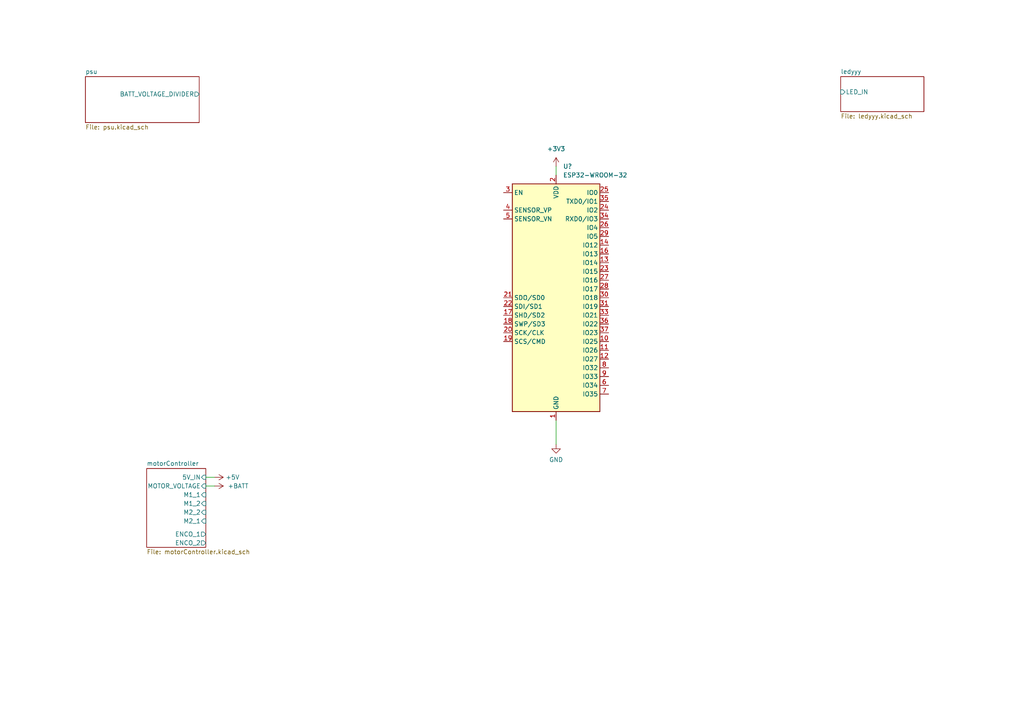
<source format=kicad_sch>
(kicad_sch (version 20211123) (generator eeschema)
  (paper "A4")
  (lib_symbols
    (symbol "RF_Module:ESP32-WROOM-32"
      (property "Reference" "U" (at -12.7 34.29 0))
      (property "Value" "ESP32-WROOM-32" (at 1.27 34.29 0))
      (symbol "ESP32-WROOM-32_0_1"
        (rectangle (start -12.7 33.02) (end 12.7 -33.02) (stroke (width 0.254)) (fill (type background)))
      )
      (symbol "ESP32-WROOM-32_1_1"
        (pin power_in line (at 0 -35.56 90) (length 2.54) (name "GND") (number "1"))
        (pin bidirectional line (at 15.24 -12.7 180) (length 2.54) (name "IO25") (number "10"))
        (pin bidirectional line (at 15.24 -15.24 180) (length 2.54) (name "IO26") (number "11"))
        (pin bidirectional line (at 15.24 -17.78 180) (length 2.54) (name "IO27") (number "12"))
        (pin bidirectional line (at 15.24 10.16 180) (length 2.54) (name "IO14") (number "13"))
        (pin bidirectional line (at 15.24 15.24 180) (length 2.54) (name "IO12") (number "14"))
        (pin passive line (at 0 -35.56 90) (length 2.54) hide (name "GND") (number "15"))
        (pin bidirectional line (at 15.24 12.7 180) (length 2.54) (name "IO13") (number "16"))
        (pin bidirectional line (at -15.24 -5.08 0) (length 2.54) (name "SHD/SD2") (number "17"))
        (pin bidirectional line (at -15.24 -7.62 0) (length 2.54) (name "SWP/SD3") (number "18"))
        (pin bidirectional line (at -15.24 -12.7 0) (length 2.54) (name "SCS/CMD") (number "19"))
        (pin power_in line (at 0 35.56 270) (length 2.54) (name "VDD") (number "2"))
        (pin bidirectional line (at -15.24 -10.16 0) (length 2.54) (name "SCK/CLK") (number "20"))
        (pin bidirectional line (at -15.24 0 0) (length 2.54) (name "SDO/SD0") (number "21"))
        (pin bidirectional line (at -15.24 -2.54 0) (length 2.54) (name "SDI/SD1") (number "22"))
        (pin bidirectional line (at 15.24 7.62 180) (length 2.54) (name "IO15") (number "23"))
        (pin bidirectional line (at 15.24 25.4 180) (length 2.54) (name "IO2") (number "24"))
        (pin bidirectional line (at 15.24 30.48 180) (length 2.54) (name "IO0") (number "25"))
        (pin bidirectional line (at 15.24 20.32 180) (length 2.54) (name "IO4") (number "26"))
        (pin bidirectional line (at 15.24 5.08 180) (length 2.54) (name "IO16") (number "27"))
        (pin bidirectional line (at 15.24 2.54 180) (length 2.54) (name "IO17") (number "28"))
        (pin bidirectional line (at 15.24 17.78 180) (length 2.54) (name "IO5") (number "29"))
        (pin input line (at -15.24 30.48 0) (length 2.54) (name "EN") (number "3"))
        (pin bidirectional line (at 15.24 0 180) (length 2.54) (name "IO18") (number "30"))
        (pin bidirectional line (at 15.24 -2.54 180) (length 2.54) (name "IO19") (number "31"))
        (pin no_connect line (at -12.7 -27.94 0) (length 2.54) hide (name "NC") (number "32"))
        (pin bidirectional line (at 15.24 -5.08 180) (length 2.54) (name "IO21") (number "33"))
        (pin bidirectional line (at 15.24 22.86 180) (length 2.54) (name "RXD0/IO3") (number "34"))
        (pin bidirectional line (at 15.24 27.94 180) (length 2.54) (name "TXD0/IO1") (number "35"))
        (pin bidirectional line (at 15.24 -7.62 180) (length 2.54) (name "IO22") (number "36"))
        (pin bidirectional line (at 15.24 -10.16 180) (length 2.54) (name "IO23") (number "37"))
        (pin passive line (at 0 -35.56 90) (length 2.54) hide (name "GND") (number "38"))
        (pin passive line (at 0 -35.56 90) (length 2.54) hide (name "GND") (number "39"))
        (pin input line (at -15.24 25.4 0) (length 2.54) (name "SENSOR_VP") (number "4"))
        (pin input line (at -15.24 22.86 0) (length 2.54) (name "SENSOR_VN") (number "5"))
        (pin input line (at 15.24 -25.4 180) (length 2.54) (name "IO34") (number "6"))
        (pin input line (at 15.24 -27.94 180) (length 2.54) (name "IO35") (number "7"))
        (pin bidirectional line (at 15.24 -20.32 180) (length 2.54) (name "IO32") (number "8"))
        (pin bidirectional line (at 15.24 -22.86 180) (length 2.54) (name "IO33") (number "9"))
      )
    )
    (symbol "power:+3.3V" (power) (pin_names (offset 0))
      (property "Value" "+3.3V" (at 0 3.556 0))
      (symbol "+3.3V_0_1"
        (polyline (pts (xy -0.762 1.27) (xy 0 2.54)))
        (polyline (pts (xy 0 0) (xy 0 2.54)))
        (polyline (pts (xy 0 2.54) (xy 0.762 1.27)))
      )
      (symbol "+3.3V_1_1"
        (pin power_in line (at 0 0 90) (length 0) hide (name "+3V3") (number "1"))
      )
    )
    (symbol "power:+5V" (power) (pin_names (offset 0))
      (property "Value" "+5V" (at 0 3.556 0))
      (symbol "+5V_0_1"
        (polyline (pts (xy -0.762 1.27) (xy 0 2.54)))
        (polyline (pts (xy 0 0) (xy 0 2.54)))
        (polyline (pts (xy 0 2.54) (xy 0.762 1.27)))
      )
      (symbol "+5V_1_1"
        (pin power_in line (at 0 0 90) (length 0) hide (name "+5V") (number "1"))
      )
    )
    (symbol "power:+BATT" (power) (pin_names (offset 0))
      (property "Value" "+BATT" (at 0 3.556 0))
      (symbol "+BATT_0_1"
        (polyline (pts (xy -0.762 1.27) (xy 0 2.54)))
        (polyline (pts (xy 0 0) (xy 0 2.54)))
        (polyline (pts (xy 0 2.54) (xy 0.762 1.27)))
      )
      (symbol "+BATT_1_1"
        (pin power_in line (at 0 0 90) (length 0) hide (name "+BATT") (number "1"))
      )
    )
    (symbol "power:GND" (power) (pin_names (offset 0))
      (property "Value" "GND" (at 0 -3.81 0))
      (symbol "GND_0_1"
        (polyline (pts (xy 0 0) (xy 0 -1.27) (xy 1.27 -1.27) (xy 0 -2.54) (xy -1.27 -1.27) (xy 0 -1.27)))
      )
      (symbol "GND_1_1"
        (pin power_in line (at 0 0 270) (length 0) hide (name "GND") (number "1"))
      )
    )
  )
  (wire (pts (xy 161.29 121.92) (xy 161.29 128.905)))
  (wire (pts (xy 161.29 48.26) (xy 161.29 50.8)))
  (wire (pts (xy 59.69 140.97) (xy 62.23 140.97)))
  (wire (pts (xy 59.69 138.43) (xy 62.23 138.43)))
  (symbol (lib_id "power:+3.3V") (at 161.29 48.26 0) (unit 1)
    (property "Reference" "#PWR?" (effects hide))
    (property "Value" "+3.3V" (at 161.29 43.18 0))
  )
  (symbol (lib_id "power:+5V") (at 62.23 138.43 270) (unit 1)
    (property "Reference" "#PWR?" (effects hide))
    (property "Value" "+5V" (at 65.405 138.4299 90) (effects (justify left)))
  )
  (symbol (lib_id "power:GND") (at 161.29 128.905 0) (unit 1)
    (property "Reference" "#PWR?" (effects hide))
    (property "Value" "GND" (at 161.29 133.35 0))
  )
  (symbol (lib_id "power:+BATT") (at 62.23 140.97 270) (unit 1)
    (property "Reference" "#PWR?" (effects hide))
    (property "Value" "+BATT" (at 66.04 140.9699 90) (effects (justify left)))
  )
  (symbol (lib_id "RF_Module:ESP32-WROOM-32") (at 161.29 86.36 0) (unit 1)
    (property "Reference" "U?" (at 163.3094 48.26 0) (effects (justify left)))
    (property "Value" "ESP32-WROOM-32" (at 163.3094 50.8 0) (effects (justify left)))
    (property "Footprint" "RF_Module:ESP32-WROOM-32" (effects hide))
    (property "Datasheet" "https://www.espressif.com/sites/default/files/documentation/esp32-wroom-32_datasheet_en.pdf" (effects hide))
  )
  (sheet (at 24.765 22.225) (size 33.02 13.335) (stroke (width 0.1524))
    (property "Sheet name" "psu" (at 24.765 21.5134 0) (effects (justify left bottom)))
    (property "Sheet file" "psu.kicad_sch" (at 24.765 36.1446 0) (effects (justify left top)))
    (pin "BATT_VOLTAGE_DIVIDER" output (at 57.785 27.305 0))
  )
  (sheet (at 243.84 22.225) (size 24.13 10.16) (stroke (width 0.1524))
    (property "Sheet name" "ledyyy" (at 243.84 21.5134 0) (effects (justify left bottom)))
    (property "Sheet file" "ledyyy.kicad_sch" (at 243.84 32.9696 0) (effects (justify left top)))
    (pin "LED_IN" input (at 243.84 26.67 180))
  )
  (sheet (at 42.545 135.89) (size 17.145 22.86) (stroke (width 0.1524))
    (property "Sheet name" "motorController" (at 42.545 135.1784 0) (effects (justify left bottom)))
    (property "Sheet file" "motorController.kicad_sch" (at 42.545 159.3346 0) (effects (justify left top)))
    (pin "5V_IN" input (at 59.69 138.43 0))
    (pin "M1_1" input (at 59.69 143.51 0))
    (pin "M1_2" input (at 59.69 146.05 0))
    (pin "M2_2" input (at 59.69 148.59 0))
    (pin "M2_1" input (at 59.69 151.13 0))
    (pin "MOTOR_VOLTAGE" input (at 59.69 140.97 0))
    (pin "ENCO_1" output (at 59.69 154.94 0))
    (pin "ENCO_2" output (at 59.69 157.48 0))
  )
)
</source>
